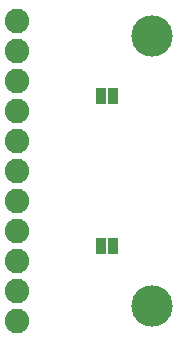
<source format=gbr>
G04 EAGLE Gerber RS-274X export*
G75*
%MOMM*%
%FSLAX34Y34*%
%LPD*%
%INSoldermask Bottom*%
%IPPOS*%
%AMOC8*
5,1,8,0,0,1.08239X$1,22.5*%
G01*
%ADD10C,2.082800*%
%ADD11C,3.505200*%
%ADD12R,0.838200X1.473200*%


D10*
X12700Y12700D03*
X12700Y38100D03*
X12700Y63500D03*
X12700Y88900D03*
X12700Y114300D03*
X12700Y139700D03*
X12700Y165100D03*
X12700Y190500D03*
X12700Y215900D03*
X12700Y241300D03*
X12700Y266700D03*
D11*
X127000Y254000D03*
X127000Y25400D03*
D12*
X93980Y203200D03*
X83820Y203200D03*
X83820Y76200D03*
X93980Y76200D03*
M02*

</source>
